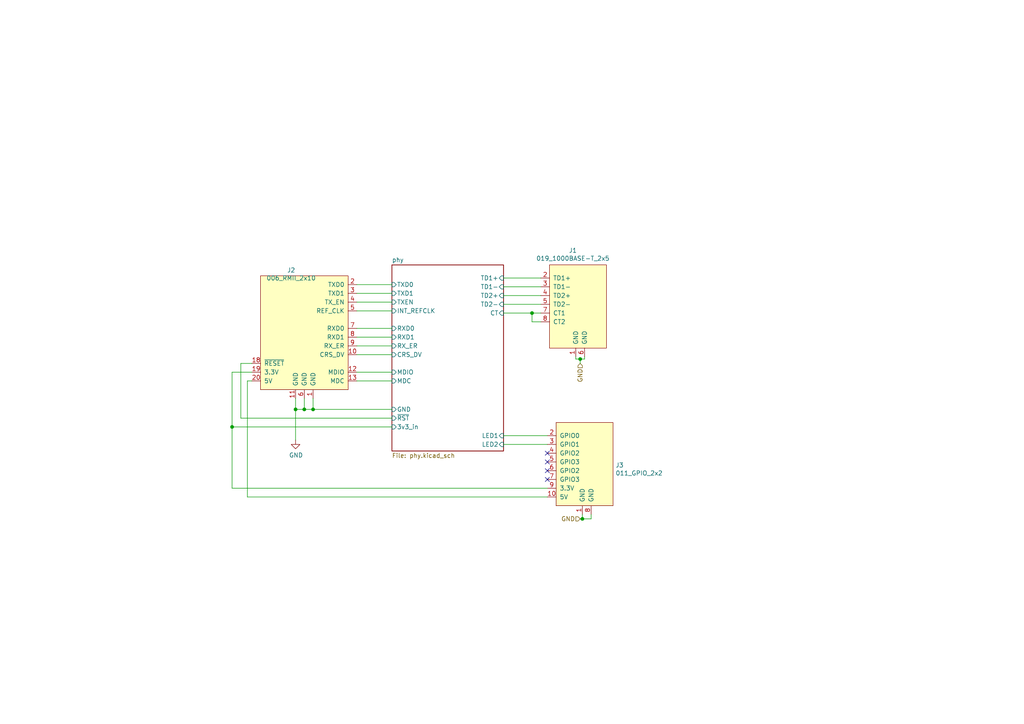
<source format=kicad_sch>
(kicad_sch (version 20211123) (generator eeschema)

  (uuid a05d7640-f2f6-4ba7-8c51-5a4af431fc13)

  (paper "A4")

  (lib_symbols
    (symbol "power:GND" (power) (pin_names (offset 0)) (in_bom yes) (on_board yes)
      (property "Reference" "#PWR" (id 0) (at 0 -6.35 0)
        (effects (font (size 1.27 1.27)) hide)
      )
      (property "Value" "GND" (id 1) (at 0 -3.81 0)
        (effects (font (size 1.27 1.27)))
      )
      (property "Footprint" "" (id 2) (at 0 0 0)
        (effects (font (size 1.27 1.27)) hide)
      )
      (property "Datasheet" "" (id 3) (at 0 0 0)
        (effects (font (size 1.27 1.27)) hide)
      )
      (property "ki_keywords" "power-flag" (id 4) (at 0 0 0)
        (effects (font (size 1.27 1.27)) hide)
      )
      (property "ki_description" "Power symbol creates a global label with name \"GND\" , ground" (id 5) (at 0 0 0)
        (effects (font (size 1.27 1.27)) hide)
      )
      (symbol "GND_0_1"
        (polyline
          (pts
            (xy 0 0)
            (xy 0 -1.27)
            (xy 1.27 -1.27)
            (xy 0 -2.54)
            (xy -1.27 -1.27)
            (xy 0 -1.27)
          )
          (stroke (width 0) (type default) (color 0 0 0 0))
          (fill (type none))
        )
      )
      (symbol "GND_1_1"
        (pin power_in line (at 0 0 270) (length 0) hide
          (name "GND" (effects (font (size 1.27 1.27))))
          (number "1" (effects (font (size 1.27 1.27))))
        )
      )
    )
    (symbol "put_on_edge:006_RMII" (pin_names (offset 1.016)) (in_bom yes) (on_board yes)
      (property "Reference" "J" (id 0) (at -6.35 16.51 0)
        (effects (font (size 1.27 1.27)))
      )
      (property "Value" "put_on_edge_006_RMII" (id 1) (at 5.08 16.51 0)
        (effects (font (size 1.27 1.27)))
      )
      (property "Footprint" "" (id 2) (at 3.81 19.05 0)
        (effects (font (size 1.27 1.27)) hide)
      )
      (property "Datasheet" "" (id 3) (at 3.81 19.05 0)
        (effects (font (size 1.27 1.27)) hide)
      )
      (symbol "006_RMII_0_1"
        (rectangle (start -12.7 15.24) (end 12.7 -17.78)
          (stroke (width 0) (type default) (color 0 0 0 0))
          (fill (type background))
        )
      )
      (symbol "006_RMII_1_1"
        (pin power_in line (at -2.54 -20.32 90) (length 2.54)
          (name "GND" (effects (font (size 1.27 1.27))))
          (number "1" (effects (font (size 1.27 1.27))))
        )
        (pin bidirectional line (at -15.24 -7.62 0) (length 2.54)
          (name "CRS_DV" (effects (font (size 1.27 1.27))))
          (number "10" (effects (font (size 1.27 1.27))))
        )
        (pin power_in line (at 2.54 -20.32 90) (length 2.54)
          (name "GND" (effects (font (size 1.27 1.27))))
          (number "11" (effects (font (size 1.27 1.27))))
        )
        (pin bidirectional line (at -15.24 -12.7 0) (length 2.54)
          (name "MDIO" (effects (font (size 1.27 1.27))))
          (number "12" (effects (font (size 1.27 1.27))))
        )
        (pin bidirectional line (at -15.24 -15.24 0) (length 2.54)
          (name "MDC" (effects (font (size 1.27 1.27))))
          (number "13" (effects (font (size 1.27 1.27))))
        )
        (pin bidirectional line (at 15.24 -10.16 180) (length 2.54)
          (name "~{RESET}" (effects (font (size 1.27 1.27))))
          (number "18" (effects (font (size 1.27 1.27))))
        )
        (pin bidirectional line (at 15.24 -12.7 180) (length 2.54)
          (name "3.3V" (effects (font (size 1.27 1.27))))
          (number "19" (effects (font (size 1.27 1.27))))
        )
        (pin bidirectional line (at -15.24 12.7 0) (length 2.54)
          (name "TXD0" (effects (font (size 1.27 1.27))))
          (number "2" (effects (font (size 1.27 1.27))))
        )
        (pin bidirectional line (at 15.24 -15.24 180) (length 2.54)
          (name "5V" (effects (font (size 1.27 1.27))))
          (number "20" (effects (font (size 1.27 1.27))))
        )
        (pin bidirectional line (at -15.24 10.16 0) (length 2.54)
          (name "TXD1" (effects (font (size 1.27 1.27))))
          (number "3" (effects (font (size 1.27 1.27))))
        )
        (pin bidirectional line (at -15.24 7.62 0) (length 2.54)
          (name "TX_EN" (effects (font (size 1.27 1.27))))
          (number "4" (effects (font (size 1.27 1.27))))
        )
        (pin bidirectional line (at -15.24 5.08 0) (length 2.54)
          (name "REF_CLK" (effects (font (size 1.27 1.27))))
          (number "5" (effects (font (size 1.27 1.27))))
        )
        (pin power_in line (at 0 -20.32 90) (length 2.54)
          (name "GND" (effects (font (size 1.27 1.27))))
          (number "6" (effects (font (size 1.27 1.27))))
        )
        (pin bidirectional line (at -15.24 0 0) (length 2.54)
          (name "RXD0" (effects (font (size 1.27 1.27))))
          (number "7" (effects (font (size 1.27 1.27))))
        )
        (pin bidirectional line (at -15.24 -2.54 0) (length 2.54)
          (name "RXD1" (effects (font (size 1.27 1.27))))
          (number "8" (effects (font (size 1.27 1.27))))
        )
        (pin bidirectional line (at -15.24 -5.08 0) (length 2.54)
          (name "RX_ER" (effects (font (size 1.27 1.27))))
          (number "9" (effects (font (size 1.27 1.27))))
        )
      )
    )
    (symbol "put_on_edge:011_GPIO" (pin_names (offset 1.016)) (in_bom yes) (on_board yes)
      (property "Reference" "J" (id 0) (at -2.54 13.97 0)
        (effects (font (size 1.27 1.27)))
      )
      (property "Value" "put_on_edge_011_GPIO" (id 1) (at 8.89 13.97 0)
        (effects (font (size 1.27 1.27)))
      )
      (property "Footprint" "" (id 2) (at 7.62 16.51 0)
        (effects (font (size 1.27 1.27)) hide)
      )
      (property "Datasheet" "" (id 3) (at 7.62 16.51 0)
        (effects (font (size 1.27 1.27)) hide)
      )
      (symbol "011_GPIO_0_1"
        (rectangle (start -8.89 12.7) (end 7.62 -11.43)
          (stroke (width 0) (type default) (color 0 0 0 0))
          (fill (type background))
        )
      )
      (symbol "011_GPIO_1_1"
        (pin power_in line (at -1.27 -13.97 90) (length 2.54)
          (name "GND" (effects (font (size 1.27 1.27))))
          (number "1" (effects (font (size 1.27 1.27))))
        )
        (pin power_in line (at -11.43 -8.89 0) (length 2.54)
          (name "5V" (effects (font (size 1.27 1.27))))
          (number "10" (effects (font (size 1.27 1.27))))
        )
        (pin bidirectional line (at -11.43 8.89 0) (length 2.54)
          (name "GPIO0" (effects (font (size 1.27 1.27))))
          (number "2" (effects (font (size 1.27 1.27))))
        )
        (pin bidirectional line (at -11.43 6.35 0) (length 2.54)
          (name "GPIO1" (effects (font (size 1.27 1.27))))
          (number "3" (effects (font (size 1.27 1.27))))
        )
        (pin bidirectional line (at -11.43 3.81 0) (length 2.54)
          (name "GPIO2" (effects (font (size 1.27 1.27))))
          (number "4" (effects (font (size 1.27 1.27))))
        )
        (pin bidirectional line (at -11.43 1.27 0) (length 2.54)
          (name "GPIO3" (effects (font (size 1.27 1.27))))
          (number "5" (effects (font (size 1.27 1.27))))
        )
        (pin bidirectional line (at -11.43 -1.27 0) (length 2.54)
          (name "GPIO2" (effects (font (size 1.27 1.27))))
          (number "6" (effects (font (size 1.27 1.27))))
        )
        (pin bidirectional line (at -11.43 -3.81 0) (length 2.54)
          (name "GPIO3" (effects (font (size 1.27 1.27))))
          (number "7" (effects (font (size 1.27 1.27))))
        )
        (pin power_in line (at 1.27 -13.97 90) (length 2.54)
          (name "GND" (effects (font (size 1.27 1.27))))
          (number "8" (effects (font (size 1.27 1.27))))
        )
        (pin power_in line (at -11.43 -6.35 0) (length 2.54)
          (name "3.3V" (effects (font (size 1.27 1.27))))
          (number "9" (effects (font (size 1.27 1.27))))
        )
      )
    )
    (symbol "put_on_edge:019_100BASE-T_with_CT" (pin_names (offset 1.016)) (in_bom yes) (on_board yes)
      (property "Reference" "J" (id 0) (at -2.54 13.97 0)
        (effects (font (size 1.27 1.27)))
      )
      (property "Value" "019_100BASE-T_with_CT" (id 1) (at 8.89 13.97 0)
        (effects (font (size 1.27 1.27)))
      )
      (property "Footprint" "" (id 2) (at 7.62 16.51 0)
        (effects (font (size 1.27 1.27)) hide)
      )
      (property "Datasheet" "" (id 3) (at 7.62 16.51 0)
        (effects (font (size 1.27 1.27)) hide)
      )
      (symbol "019_100BASE-T_with_CT_0_1"
        (rectangle (start -8.89 12.7) (end 7.62 -11.43)
          (stroke (width 0) (type default) (color 0 0 0 0))
          (fill (type background))
        )
      )
      (symbol "019_100BASE-T_with_CT_1_1"
        (pin power_in line (at -1.27 -13.97 90) (length 2.54)
          (name "GND" (effects (font (size 1.27 1.27))))
          (number "1" (effects (font (size 1.27 1.27))))
        )
        (pin bidirectional line (at -11.43 8.89 0) (length 2.54)
          (name "TD1+" (effects (font (size 1.27 1.27))))
          (number "2" (effects (font (size 1.27 1.27))))
        )
        (pin bidirectional line (at -11.43 6.35 0) (length 2.54)
          (name "TD1-" (effects (font (size 1.27 1.27))))
          (number "3" (effects (font (size 1.27 1.27))))
        )
        (pin bidirectional line (at -11.43 3.81 0) (length 2.54)
          (name "TD2+" (effects (font (size 1.27 1.27))))
          (number "4" (effects (font (size 1.27 1.27))))
        )
        (pin bidirectional line (at -11.43 1.27 0) (length 2.54)
          (name "TD2-" (effects (font (size 1.27 1.27))))
          (number "5" (effects (font (size 1.27 1.27))))
        )
        (pin power_in line (at 1.27 -13.97 90) (length 2.54)
          (name "GND" (effects (font (size 1.27 1.27))))
          (number "6" (effects (font (size 1.27 1.27))))
        )
        (pin bidirectional line (at -11.43 -1.27 0) (length 2.54)
          (name "CT1" (effects (font (size 1.27 1.27))))
          (number "7" (effects (font (size 1.27 1.27))))
        )
        (pin bidirectional line (at -11.43 -3.81 0) (length 2.54)
          (name "CT2" (effects (font (size 1.27 1.27))))
          (number "8" (effects (font (size 1.27 1.27))))
        )
      )
    )
  )

  (junction (at 154.305 90.805) (diameter 0) (color 0 0 0 0)
    (uuid 4a4ec8d9-3d72-4952-83d4-808f65849a2b)
  )
  (junction (at 90.805 118.745) (diameter 0) (color 0 0 0 0)
    (uuid 6a45789b-3855-401f-8139-3c734f7f52f9)
  )
  (junction (at 85.725 118.745) (diameter 0) (color 0 0 0 0)
    (uuid 77ed3941-d133-4aef-a9af-5a39322d14eb)
  )
  (junction (at 67.31 123.825) (diameter 0) (color 0 0 0 0)
    (uuid 8174b4de-74b1-48db-ab8e-c8432251095b)
  )
  (junction (at 168.91 150.495) (diameter 0) (color 0 0 0 0)
    (uuid 94a873dc-af67-4ef9-8159-1f7c93eeb3d7)
  )
  (junction (at 168.275 104.14) (diameter 0) (color 0 0 0 0)
    (uuid bdc7face-9f7c-4701-80bb-4cc144448db1)
  )
  (junction (at 88.265 118.745) (diameter 0) (color 0 0 0 0)
    (uuid f4f99e3d-7269-4f6a-a759-16ad2a258779)
  )

  (no_connect (at 158.75 131.445) (uuid 2d210a96-f81f-42a9-8bf4-1b43c11086f3))
  (no_connect (at 158.75 139.065) (uuid 666713b0-70f4-42df-8761-f65bc212d03b))
  (no_connect (at 158.75 136.525) (uuid 6c2e273e-743c-4f1e-a647-4171f8122550))
  (no_connect (at 158.75 133.985) (uuid e857610b-4434-4144-b04e-43c1ebdc5ceb))

  (wire (pts (xy 168.275 150.495) (xy 168.91 150.495))
    (stroke (width 0) (type default) (color 0 0 0 0))
    (uuid 03c52831-5dc5-43c5-a442-8d23643b46fb)
  )
  (wire (pts (xy 156.845 90.805) (xy 154.305 90.805))
    (stroke (width 0) (type default) (color 0 0 0 0))
    (uuid 08a7c925-7fae-4530-b0c9-120e185cb318)
  )
  (wire (pts (xy 88.265 118.745) (xy 90.805 118.745))
    (stroke (width 0) (type default) (color 0 0 0 0))
    (uuid 10109f84-4940-47f8-8640-91f185ac9bc1)
  )
  (wire (pts (xy 69.85 105.41) (xy 73.025 105.41))
    (stroke (width 0) (type default) (color 0 0 0 0))
    (uuid 127679a9-3981-4934-815e-896a4e3ff56e)
  )
  (wire (pts (xy 67.31 141.605) (xy 158.75 141.605))
    (stroke (width 0) (type default) (color 0 0 0 0))
    (uuid 1a1ab354-5f85-45f9-938c-9f6c4c8c3ea2)
  )
  (wire (pts (xy 168.275 105.41) (xy 168.275 104.14))
    (stroke (width 0) (type default) (color 0 0 0 0))
    (uuid 1bf544e3-5940-4576-9291-2464e95c0ee2)
  )
  (wire (pts (xy 168.91 149.225) (xy 168.91 150.495))
    (stroke (width 0) (type default) (color 0 0 0 0))
    (uuid 29e78086-2175-405e-9ba3-c48766d2f50c)
  )
  (wire (pts (xy 67.31 123.825) (xy 67.31 141.605))
    (stroke (width 0) (type default) (color 0 0 0 0))
    (uuid 2d6db888-4e40-41c8-b701-07170fc894bc)
  )
  (wire (pts (xy 103.505 85.09) (xy 113.665 85.09))
    (stroke (width 0) (type default) (color 0 0 0 0))
    (uuid 2e642b3e-a476-4c54-9a52-dcea955640cd)
  )
  (wire (pts (xy 146.05 80.645) (xy 156.845 80.645))
    (stroke (width 0) (type default) (color 0 0 0 0))
    (uuid 31e08896-1992-4725-96d9-9d2728bca7a3)
  )
  (wire (pts (xy 167.005 104.14) (xy 167.005 103.505))
    (stroke (width 0) (type default) (color 0 0 0 0))
    (uuid 3aaee4c4-dbf7-49a5-a620-9465d8cc3ae7)
  )
  (wire (pts (xy 85.725 115.57) (xy 85.725 118.745))
    (stroke (width 0) (type default) (color 0 0 0 0))
    (uuid 47baf4b1-0938-497d-88f9-671136aa8be7)
  )
  (wire (pts (xy 113.665 123.825) (xy 67.31 123.825))
    (stroke (width 0) (type default) (color 0 0 0 0))
    (uuid 48ab88d7-7084-4d02-b109-3ad55a30bb11)
  )
  (wire (pts (xy 168.91 150.495) (xy 171.45 150.495))
    (stroke (width 0) (type default) (color 0 0 0 0))
    (uuid 4c8eb964-bdf4-44de-90e9-e2ab82dd5313)
  )
  (wire (pts (xy 103.505 87.63) (xy 113.665 87.63))
    (stroke (width 0) (type default) (color 0 0 0 0))
    (uuid 5038e144-5119-49db-b6cf-f7c345f1cf03)
  )
  (wire (pts (xy 103.505 95.25) (xy 113.665 95.25))
    (stroke (width 0) (type default) (color 0 0 0 0))
    (uuid 54365317-1355-4216-bb75-829375abc4ec)
  )
  (wire (pts (xy 154.305 90.805) (xy 154.305 93.345))
    (stroke (width 0) (type default) (color 0 0 0 0))
    (uuid 5528bcad-2950-4673-90eb-c37e6952c475)
  )
  (wire (pts (xy 88.265 115.57) (xy 88.265 118.745))
    (stroke (width 0) (type default) (color 0 0 0 0))
    (uuid 55e740a3-0735-4744-896e-2bf5437093b9)
  )
  (wire (pts (xy 103.505 110.49) (xy 113.665 110.49))
    (stroke (width 0) (type default) (color 0 0 0 0))
    (uuid 5fc27c35-3e1c-4f96-817c-93b5570858a6)
  )
  (wire (pts (xy 146.05 88.265) (xy 156.845 88.265))
    (stroke (width 0) (type default) (color 0 0 0 0))
    (uuid 66043bca-a260-4915-9fce-8a51d324c687)
  )
  (wire (pts (xy 113.665 118.745) (xy 90.805 118.745))
    (stroke (width 0) (type default) (color 0 0 0 0))
    (uuid 6c9b793c-e74d-4754-a2c0-901e73b26f1c)
  )
  (wire (pts (xy 69.85 121.285) (xy 69.85 105.41))
    (stroke (width 0) (type default) (color 0 0 0 0))
    (uuid 716e31c5-485f-40b5-88e3-a75900da9811)
  )
  (wire (pts (xy 90.805 115.57) (xy 90.805 118.745))
    (stroke (width 0) (type default) (color 0 0 0 0))
    (uuid 71c31975-2c45-4d18-a25a-18e07a55d11e)
  )
  (wire (pts (xy 71.755 110.49) (xy 71.755 144.145))
    (stroke (width 0) (type default) (color 0 0 0 0))
    (uuid 7aed3a71-054b-4aaa-9c0a-030523c32827)
  )
  (wire (pts (xy 146.05 90.805) (xy 154.305 90.805))
    (stroke (width 0) (type default) (color 0 0 0 0))
    (uuid 7bbf981c-a063-4e30-8911-e4228e1c0743)
  )
  (wire (pts (xy 73.025 110.49) (xy 71.755 110.49))
    (stroke (width 0) (type default) (color 0 0 0 0))
    (uuid 7dc880bc-e7eb-4cce-8d8c-0b65a9dd788e)
  )
  (wire (pts (xy 154.305 93.345) (xy 156.845 93.345))
    (stroke (width 0) (type default) (color 0 0 0 0))
    (uuid 7edc9030-db7b-43ac-a1b3-b87eeacb4c2d)
  )
  (wire (pts (xy 146.05 85.725) (xy 156.845 85.725))
    (stroke (width 0) (type default) (color 0 0 0 0))
    (uuid 852dabbf-de45-4470-8176-59d37a754407)
  )
  (wire (pts (xy 103.505 82.55) (xy 113.665 82.55))
    (stroke (width 0) (type default) (color 0 0 0 0))
    (uuid 87371631-aa02-498a-998a-09bdb74784c1)
  )
  (wire (pts (xy 71.755 144.145) (xy 158.75 144.145))
    (stroke (width 0) (type default) (color 0 0 0 0))
    (uuid 9157f4ae-0244-4ff1-9f73-3cb4cbb5f280)
  )
  (wire (pts (xy 169.545 103.505) (xy 169.545 104.14))
    (stroke (width 0) (type default) (color 0 0 0 0))
    (uuid 922058ca-d09a-45fd-8394-05f3e2c1e03a)
  )
  (wire (pts (xy 85.725 127.635) (xy 85.725 118.745))
    (stroke (width 0) (type default) (color 0 0 0 0))
    (uuid 9340c285-5767-42d5-8b6d-63fe2a40ddf3)
  )
  (wire (pts (xy 169.545 104.14) (xy 168.275 104.14))
    (stroke (width 0) (type default) (color 0 0 0 0))
    (uuid 97fe9c60-586f-4895-8504-4d3729f5f81a)
  )
  (wire (pts (xy 146.05 128.905) (xy 158.75 128.905))
    (stroke (width 0) (type default) (color 0 0 0 0))
    (uuid 9bb20359-0f8b-45bc-9d38-6626ed3a939d)
  )
  (wire (pts (xy 171.45 150.495) (xy 171.45 149.225))
    (stroke (width 0) (type default) (color 0 0 0 0))
    (uuid a1823eb2-fb0d-4ed8-8b96-04184ac3a9d5)
  )
  (wire (pts (xy 103.505 97.79) (xy 113.665 97.79))
    (stroke (width 0) (type default) (color 0 0 0 0))
    (uuid a3e4f0ae-9f86-49e9-b386-ed8b42e012fb)
  )
  (wire (pts (xy 103.505 100.33) (xy 113.665 100.33))
    (stroke (width 0) (type default) (color 0 0 0 0))
    (uuid a690fc6c-55d9-47e6-b533-faa4b67e20f3)
  )
  (wire (pts (xy 146.05 126.365) (xy 158.75 126.365))
    (stroke (width 0) (type default) (color 0 0 0 0))
    (uuid aa14c3bd-4acc-4908-9d28-228585a22a9d)
  )
  (wire (pts (xy 103.505 90.17) (xy 113.665 90.17))
    (stroke (width 0) (type default) (color 0 0 0 0))
    (uuid ac264c30-3e9a-4be2-b97a-9949b68bd497)
  )
  (wire (pts (xy 113.665 121.285) (xy 69.85 121.285))
    (stroke (width 0) (type default) (color 0 0 0 0))
    (uuid b1086f75-01ba-4188-8d36-75a9e2828ca9)
  )
  (wire (pts (xy 146.05 83.185) (xy 156.845 83.185))
    (stroke (width 0) (type default) (color 0 0 0 0))
    (uuid b5352a33-563a-4ffe-a231-2e68fb54afa3)
  )
  (wire (pts (xy 85.725 118.745) (xy 88.265 118.745))
    (stroke (width 0) (type default) (color 0 0 0 0))
    (uuid c022004a-c968-410e-b59e-fbab0e561e9d)
  )
  (wire (pts (xy 168.275 104.14) (xy 167.005 104.14))
    (stroke (width 0) (type default) (color 0 0 0 0))
    (uuid c0515cd2-cdaa-467e-8354-0f6eadfa35c9)
  )
  (wire (pts (xy 103.505 102.87) (xy 113.665 102.87))
    (stroke (width 0) (type default) (color 0 0 0 0))
    (uuid c144caa5-b0d4-4cef-840a-d4ad178a2102)
  )
  (wire (pts (xy 103.505 107.95) (xy 113.665 107.95))
    (stroke (width 0) (type default) (color 0 0 0 0))
    (uuid efeac2a2-7682-4dc7-83ee-f6f1b23da506)
  )
  (wire (pts (xy 67.31 123.825) (xy 67.31 107.95))
    (stroke (width 0) (type default) (color 0 0 0 0))
    (uuid f71da641-16e6-4257-80c3-0b9d804fee4f)
  )
  (wire (pts (xy 67.31 107.95) (xy 73.025 107.95))
    (stroke (width 0) (type default) (color 0 0 0 0))
    (uuid fd470e95-4861-44fe-b1e4-6d8a7c66e144)
  )

  (hierarchical_label "GND" (shape input) (at 168.275 105.41 270)
    (effects (font (size 1.27 1.27)) (justify right))
    (uuid 42713045-fffd-4b2d-ae1e-7232d705fb12)
  )
  (hierarchical_label "GND" (shape input) (at 168.275 150.495 180)
    (effects (font (size 1.27 1.27)) (justify right))
    (uuid d57dcfee-5058-4fc2-a68b-05f9a48f685b)
  )

  (symbol (lib_id "put_on_edge:006_RMII") (at 88.265 95.25 0) (mirror y)
    (in_bom yes) (on_board yes)
    (uuid 00000000-0000-0000-0000-000060804587)
    (property "Reference" "J2" (id 0) (at 84.455 78.359 0))
    (property "Value" "006_RMII_2x10" (id 1) (at 84.455 80.6704 0))
    (property "Footprint" "on_edge:on_edge_2x10_device" (id 2) (at 80.645 78.74 0)
      (effects (font (size 1.27 1.27)) hide)
    )
    (property "Datasheet" "" (id 3) (at 80.645 78.74 0)
      (effects (font (size 1.27 1.27)) hide)
    )
    (pin "1" (uuid 684dd7fc-eab4-4bab-96df-b884c79be082))
    (pin "10" (uuid 141657a8-f4e7-4a4a-9506-551f59fd0a55))
    (pin "11" (uuid 24316aa0-b776-4567-a6ed-6f1b4444fba5))
    (pin "12" (uuid ffee8309-c8e8-4972-a7cf-be8d29b76c97))
    (pin "13" (uuid c5199b2a-7836-4823-8d6e-f7c9b66b7e88))
    (pin "18" (uuid 7d7ec822-99a2-413c-80ac-45c8fb6940a4))
    (pin "19" (uuid 2553436b-e9c9-464d-a06c-d950550e3da2))
    (pin "2" (uuid e3675664-c2e1-459e-97ac-79e6b998c1c8))
    (pin "20" (uuid 2e3df5a9-df73-41cd-ad18-80cf968d95a0))
    (pin "3" (uuid 4cdf9add-26ea-46b7-845d-c4e6d50988e9))
    (pin "4" (uuid 15cb05f1-e523-415c-aac4-95a688f2ee48))
    (pin "5" (uuid a8cb2f62-4a11-4982-8f2b-36f0e50f4a69))
    (pin "6" (uuid 3495c038-ec42-4aed-a10f-66c3d42af889))
    (pin "7" (uuid 08ac81e6-058d-4188-8209-367dc6cbd321))
    (pin "8" (uuid 8ffff45b-92d6-4c70-abf2-ab38e31649c0))
    (pin "9" (uuid ca551e3a-c11b-4c1e-b9ec-1c40d07accf9))
  )

  (symbol (lib_id "power:GND") (at 85.725 127.635 0) (unit 1)
    (in_bom yes) (on_board yes)
    (uuid 00000000-0000-0000-0000-00006080c36e)
    (property "Reference" "#PWR0101" (id 0) (at 85.725 133.985 0)
      (effects (font (size 1.27 1.27)) hide)
    )
    (property "Value" "GND" (id 1) (at 85.852 132.0292 0))
    (property "Footprint" "" (id 2) (at 85.725 127.635 0)
      (effects (font (size 1.27 1.27)) hide)
    )
    (property "Datasheet" "" (id 3) (at 85.725 127.635 0)
      (effects (font (size 1.27 1.27)) hide)
    )
    (pin "1" (uuid 5e5b639c-5d7d-4123-8e20-13b394e8ce1b))
  )

  (symbol (lib_id "put_on_edge:011_GPIO") (at 170.18 135.255 0)
    (in_bom yes) (on_board yes)
    (uuid 00000000-0000-0000-0000-00006081b025)
    (property "Reference" "J3" (id 0) (at 178.5112 134.9248 0)
      (effects (font (size 1.27 1.27)) (justify left))
    )
    (property "Value" "011_GPIO_2x2" (id 1) (at 178.5112 137.2362 0)
      (effects (font (size 1.27 1.27)) (justify left))
    )
    (property "Footprint" "on_edge:on_edge_2x05_host" (id 2) (at 177.8 118.745 0)
      (effects (font (size 1.27 1.27)) hide)
    )
    (property "Datasheet" "" (id 3) (at 177.8 118.745 0)
      (effects (font (size 1.27 1.27)) hide)
    )
    (pin "1" (uuid 53c0f073-8749-45a1-a113-ffd7eac25629))
    (pin "10" (uuid e19e6331-463b-43a4-b8f1-48abf9beaee4))
    (pin "2" (uuid bee39889-30ac-4614-b0c7-5b7d49682ab4))
    (pin "3" (uuid 473a8c4d-c34e-4a64-9807-4ff2269ed547))
    (pin "4" (uuid ed4e4a13-7a8b-4f46-be3f-9056a1a4d3c7))
    (pin "5" (uuid e01b6884-f33e-4e1a-8f66-beff62f43fb1))
    (pin "6" (uuid 598f4529-df2c-4919-a701-d82b23d8a129))
    (pin "7" (uuid 3810a028-03b2-4384-8aa9-fc469adcc957))
    (pin "8" (uuid 225111bb-ea7d-4999-951b-36aa6d8b191b))
    (pin "9" (uuid 31e90529-b7be-4a7e-8f42-5207b689e31f))
  )

  (symbol (lib_id "put_on_edge:019_100BASE-T_with_CT") (at 168.275 89.535 0)
    (in_bom yes) (on_board yes)
    (uuid 00000000-0000-0000-0000-00006082dc8c)
    (property "Reference" "J1" (id 0) (at 166.1668 72.644 0))
    (property "Value" "019_1000BASE-T_2x5" (id 1) (at 166.1668 74.9554 0))
    (property "Footprint" "on_edge:on_edge_2x05_host" (id 2) (at 175.895 73.025 0)
      (effects (font (size 1.27 1.27)) hide)
    )
    (property "Datasheet" "" (id 3) (at 175.895 73.025 0)
      (effects (font (size 1.27 1.27)) hide)
    )
    (pin "1" (uuid bab86d3f-0f50-4b90-9d25-b0d60c28a71e))
    (pin "2" (uuid 158f9dee-ec88-45b7-84c9-97fc4e158b08))
    (pin "3" (uuid 5a4580a8-da55-4ce3-bbbe-b33e7f00faa6))
    (pin "4" (uuid dec67f7d-f31a-47fd-a68b-95a22aa0e87e))
    (pin "5" (uuid 5f399d0e-9dd7-425b-95ea-191653caf2b9))
    (pin "6" (uuid 04ad3b31-d796-4075-8823-6b3d286fd40e))
    (pin "7" (uuid c2c848c5-ebd8-461d-9e29-41002c75c5e1))
    (pin "8" (uuid 0662bd0c-c211-4e16-b2ea-e4d0732eb952))
  )

  (sheet (at 113.665 76.835) (size 32.385 53.975) (fields_autoplaced)
    (stroke (width 0) (type solid) (color 0 0 0 0))
    (fill (color 0 0 0 0.0000))
    (uuid 00000000-0000-0000-0000-000060405e01)
    (property "Sheet name" "phy" (id 0) (at 113.665 76.1234 0)
      (effects (font (size 1.27 1.27)) (justify left bottom))
    )
    (property "Sheet file" "phy.kicad_sch" (id 1) (at 113.665 131.3946 0)
      (effects (font (size 1.27 1.27)) (justify left top))
    )
    (pin "GND" input (at 113.665 118.745 180)
      (effects (font (size 1.27 1.27)) (justify left))
      (uuid 46918595-4a45-48e8-84c0-961b4db7f35f)
    )
    (pin "RX_ER" input (at 113.665 100.33 180)
      (effects (font (size 1.27 1.27)) (justify left))
      (uuid 9ccf03e8-755a-4cd9-96fc-30e1d08fa253)
    )
    (pin "3v3_in" input (at 113.665 123.825 180)
      (effects (font (size 1.27 1.27)) (justify left))
      (uuid 94c158d1-8503-4553-b511-bf42f506c2a8)
    )
    (pin "CRS_DV" input (at 113.665 102.87 180)
      (effects (font (size 1.27 1.27)) (justify left))
      (uuid 23bb2798-d93a-4696-a962-c305c4298a0c)
    )
    (pin "INT_REFCLK" input (at 113.665 90.17 180)
      (effects (font (size 1.27 1.27)) (justify left))
      (uuid 78cbdd6c-4878-4cc5-9a58-0e506478e37d)
    )
    (pin "~{RST}" input (at 113.665 121.285 180)
      (effects (font (size 1.27 1.27)) (justify left))
      (uuid 6e105729-aba0-497c-a99e-c32d2b3ddb6d)
    )
    (pin "MDC" input (at 113.665 110.49 180)
      (effects (font (size 1.27 1.27)) (justify left))
      (uuid 983c426c-24e0-4c65-ab69-1f1824adc5c6)
    )
    (pin "MDIO" input (at 113.665 107.95 180)
      (effects (font (size 1.27 1.27)) (justify left))
      (uuid c1d83899-e380-49f9-a87d-8e78bc089ebf)
    )
    (pin "RXD1" input (at 113.665 97.79 180)
      (effects (font (size 1.27 1.27)) (justify left))
      (uuid e9bb29b2-2bb9-4ea2-acd9-2bb3ca677a12)
    )
    (pin "RXD0" input (at 113.665 95.25 180)
      (effects (font (size 1.27 1.27)) (justify left))
      (uuid 62c076a3-d618-44a2-9042-9a08b3576787)
    )
    (pin "TXEN" input (at 113.665 87.63 180)
      (effects (font (size 1.27 1.27)) (justify left))
      (uuid da469d11-a8a4-414b-9449-d151eeaf4853)
    )
    (pin "TXD1" input (at 113.665 85.09 180)
      (effects (font (size 1.27 1.27)) (justify left))
      (uuid afb8e687-4a13-41a1-b8c0-89a749e897fe)
    )
    (pin "TXD0" input (at 113.665 82.55 180)
      (effects (font (size 1.27 1.27)) (justify left))
      (uuid 5cbb5968-dbb5-4b84-864a-ead1cacf75b9)
    )
    (pin "LED1" input (at 146.05 126.365 0)
      (effects (font (size 1.27 1.27)) (justify right))
      (uuid 3f5fe6b7-98fc-4d3e-9567-f9f7202d1455)
    )
    (pin "LED2" input (at 146.05 128.905 0)
      (effects (font (size 1.27 1.27)) (justify right))
      (uuid bb7f0588-d4d8-44bf-9ebf-3c533fe4d6ae)
    )
    (pin "TD1+" input (at 146.05 80.645 0)
      (effects (font (size 1.27 1.27)) (justify right))
      (uuid f1830a1b-f0cc-47ae-a2c9-679c82032f14)
    )
    (pin "TD1-" input (at 146.05 83.185 0)
      (effects (font (size 1.27 1.27)) (justify right))
      (uuid 6a955fc7-39d9-4c75-9a69-676ca8c0b9b2)
    )
    (pin "TD2+" input (at 146.05 85.725 0)
      (effects (font (size 1.27 1.27)) (justify right))
      (uuid e8314017-7be6-4011-9179-37449a29b311)
    )
    (pin "TD2-" input (at 146.05 88.265 0)
      (effects (font (size 1.27 1.27)) (justify right))
      (uuid e10b5627-3247-4c86-b9f6-ef474ca11543)
    )
    (pin "CT" input (at 146.05 90.805 0)
      (effects (font (size 1.27 1.27)) (justify right))
      (uuid 746ba970-8279-4e7b-aed3-f28687777c21)
    )
  )

  (sheet_instances
    (path "/" (page "1"))
    (path "/00000000-0000-0000-0000-000060405e01" (page "2"))
  )

  (symbol_instances
    (path "/00000000-0000-0000-0000-000060405e01/00000000-0000-0000-0000-0000604d7646"
      (reference "#FLG0101") (unit 1) (value "PWR_FLAG") (footprint "")
    )
    (path "/00000000-0000-0000-0000-000060405e01/00000000-0000-0000-0000-0000604d764c"
      (reference "#FLG0102") (unit 1) (value "PWR_FLAG") (footprint "")
    )
    (path "/00000000-0000-0000-0000-000060405e01/00000000-0000-0000-0000-0000604d7652"
      (reference "#FLG0103") (unit 1) (value "PWR_FLAG") (footprint "")
    )
    (path "/00000000-0000-0000-0000-000060405e01/00000000-0000-0000-0000-0000604d765c"
      (reference "#FLG0104") (unit 1) (value "PWR_FLAG") (footprint "")
    )
    (path "/00000000-0000-0000-0000-00006080c36e"
      (reference "#PWR0101") (unit 1) (value "GND") (footprint "")
    )
    (path "/00000000-0000-0000-0000-000060405e01/00000000-0000-0000-0000-000060850533"
      (reference "C1") (unit 1) (value "100nF") (footprint "Capacitor_SMD:C_0603_1608Metric")
    )
    (path "/00000000-0000-0000-0000-000060405e01/00000000-0000-0000-0000-0000604d74ca"
      (reference "C9") (unit 1) (value "13pF") (footprint "Capacitor_SMD:C_0603_1608Metric")
    )
    (path "/00000000-0000-0000-0000-000060405e01/00000000-0000-0000-0000-0000604d74d0"
      (reference "C10") (unit 1) (value "13pF") (footprint "Capacitor_SMD:C_0603_1608Metric")
    )
    (path "/00000000-0000-0000-0000-000060405e01/00000000-0000-0000-0000-0000604d75f3"
      (reference "C11") (unit 1) (value "100uF") (footprint "Capacitor_SMD:C_1210_3225Metric")
    )
    (path "/00000000-0000-0000-0000-000060405e01/00000000-0000-0000-0000-0000604d753e"
      (reference "C12") (unit 1) (value "100nF") (footprint "Capacitor_SMD:C_0603_1608Metric")
    )
    (path "/00000000-0000-0000-0000-000060405e01/00000000-0000-0000-0000-0000604d7548"
      (reference "C13") (unit 1) (value "470pF") (footprint "Capacitor_SMD:C_0603_1608Metric")
    )
    (path "/00000000-0000-0000-0000-000060405e01/00000000-0000-0000-0000-0000604d75c3"
      (reference "C14") (unit 1) (value "1uF") (footprint "Capacitor_SMD:C_0603_1608Metric")
    )
    (path "/00000000-0000-0000-0000-000060405e01/00000000-0000-0000-0000-0000604d7587"
      (reference "C15") (unit 1) (value "100nF") (footprint "Capacitor_SMD:C_0603_1608Metric")
    )
    (path "/00000000-0000-0000-0000-000060405e01/00000000-0000-0000-0000-0000604d7581"
      (reference "C16") (unit 1) (value "1uF") (footprint "Capacitor_SMD:C_0603_1608Metric")
    )
    (path "/00000000-0000-0000-0000-000060405e01/00000000-0000-0000-0000-0000604d7537"
      (reference "C17") (unit 1) (value "100nF") (footprint "Capacitor_SMD:C_0603_1608Metric")
    )
    (path "/00000000-0000-0000-0000-000060405e01/00000000-0000-0000-0000-0000604d762a"
      (reference "C18") (unit 1) (value "1uF") (footprint "Capacitor_SMD:C_0603_1608Metric")
    )
    (path "/00000000-0000-0000-0000-000060405e01/00000000-0000-0000-0000-0000604d761e"
      (reference "C19") (unit 1) (value "10uF") (footprint "Capacitor_SMD:C_0805_2012Metric")
    )
    (path "/00000000-0000-0000-0000-000060405e01/00000000-0000-0000-0000-0000604d74bb"
      (reference "FB2") (unit 1) (value "600R") (footprint "Inductor_SMD:L_0805_2012Metric")
    )
    (path "/00000000-0000-0000-0000-00006082dc8c"
      (reference "J1") (unit 1) (value "019_1000BASE-T_2x5") (footprint "on_edge:on_edge_2x05_host")
    )
    (path "/00000000-0000-0000-0000-000060804587"
      (reference "J2") (unit 1) (value "006_RMII_2x10") (footprint "on_edge:on_edge_2x10_device")
    )
    (path "/00000000-0000-0000-0000-00006081b025"
      (reference "J3") (unit 1) (value "011_GPIO_2x2") (footprint "on_edge:on_edge_2x05_host")
    )
    (path "/00000000-0000-0000-0000-000060405e01/00000000-0000-0000-0000-0000608d7bc5"
      (reference "R1") (unit 1) (value "10k") (footprint "Resistor_SMD:R_0603_1608Metric")
    )
    (path "/00000000-0000-0000-0000-000060405e01/00000000-0000-0000-0000-000060915905"
      (reference "R2") (unit 1) (value "33R") (footprint "Resistor_SMD:R_0603_1608Metric")
    )
    (path "/00000000-0000-0000-0000-000060405e01/00000000-0000-0000-0000-0000604d7521"
      (reference "R15") (unit 1) (value "1.5k") (footprint "Resistor_SMD:R_0603_1608Metric")
    )
    (path "/00000000-0000-0000-0000-000060405e01/00000000-0000-0000-0000-0000604d75d1"
      (reference "R16") (unit 1) (value "10k") (footprint "Resistor_SMD:R_0603_1608Metric")
    )
    (path "/00000000-0000-0000-0000-000060405e01/00000000-0000-0000-0000-0000604d74fa"
      (reference "R17") (unit 1) (value "33R") (footprint "Resistor_SMD:R_0603_1608Metric")
    )
    (path "/00000000-0000-0000-0000-000060405e01/00000000-0000-0000-0000-0000604d7500"
      (reference "R18") (unit 1) (value "33R") (footprint "Resistor_SMD:R_0603_1608Metric")
    )
    (path "/00000000-0000-0000-0000-000060405e01/00000000-0000-0000-0000-0000604d74eb"
      (reference "R19") (unit 1) (value "10k") (footprint "Resistor_SMD:R_0603_1608Metric")
    )
    (path "/00000000-0000-0000-0000-000060405e01/00000000-0000-0000-0000-0000604d7512"
      (reference "R21") (unit 1) (value "33R") (footprint "Resistor_SMD:R_0603_1608Metric")
    )
    (path "/00000000-0000-0000-0000-000060405e01/00000000-0000-0000-0000-0000604d74e5"
      (reference "R22") (unit 1) (value "10k") (footprint "Resistor_SMD:R_0603_1608Metric")
    )
    (path "/00000000-0000-0000-0000-000060405e01/00000000-0000-0000-0000-0000604d74d7"
      (reference "R23") (unit 1) (value "10k") (footprint "Resistor_SMD:R_0603_1608Metric")
    )
    (path "/00000000-0000-0000-0000-000060405e01/00000000-0000-0000-0000-0000604d74df"
      (reference "R24") (unit 1) (value "10k") (footprint "Resistor_SMD:R_0603_1608Metric")
    )
    (path "/00000000-0000-0000-0000-000060405e01/00000000-0000-0000-0000-0000604d758e"
      (reference "R26") (unit 1) (value "49.9R") (footprint "Resistor_SMD:R_0603_1608Metric")
    )
    (path "/00000000-0000-0000-0000-000060405e01/00000000-0000-0000-0000-0000604d766a"
      (reference "R30") (unit 1) (value "10k") (footprint "Resistor_SMD:R_0603_1608Metric")
    )
    (path "/00000000-0000-0000-0000-000060405e01/00000000-0000-0000-0000-0000604d75bd"
      (reference "R31") (unit 1) (value "49.9R") (footprint "Resistor_SMD:R_0603_1608Metric")
    )
    (path "/00000000-0000-0000-0000-000060405e01/00000000-0000-0000-0000-0000604d75b1"
      (reference "R33") (unit 1) (value "49.9R") (footprint "Resistor_SMD:R_0603_1608Metric")
    )
    (path "/00000000-0000-0000-0000-000060405e01/00000000-0000-0000-0000-0000604d75ab"
      (reference "R34") (unit 1) (value "12.1k") (footprint "Resistor_SMD:R_0603_1608Metric")
    )
    (path "/00000000-0000-0000-0000-000060405e01/00000000-0000-0000-0000-0000604d75b7"
      (reference "R35") (unit 1) (value "49.9R") (footprint "Resistor_SMD:R_0603_1608Metric")
    )
    (path "/00000000-0000-0000-0000-000060405e01/00000000-0000-0000-0000-0000604d7553"
      (reference "U4") (unit 1) (value "LAN8742A") (footprint "Package_DFN_QFN:QFN-24-1EP_4x4mm_P0.5mm_EP2.6x2.6mm")
    )
    (path "/00000000-0000-0000-0000-000060405e01/00000000-0000-0000-0000-0000604d755b"
      (reference "Y1") (unit 1) (value "25MHz") (footprint "Crystal:Crystal_SMD_Abracon_ABM8G-4Pin_3.2x2.5mm")
    )
  )
)

</source>
